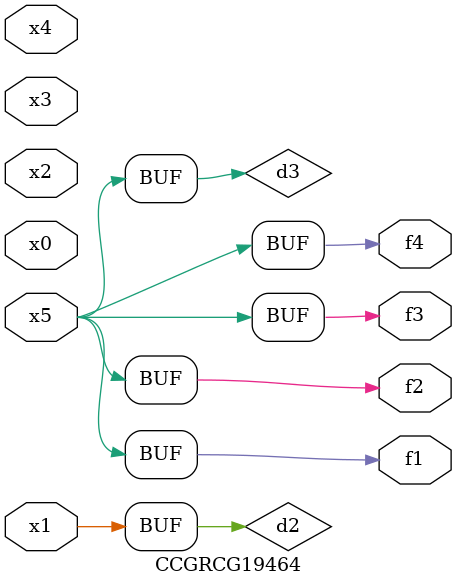
<source format=v>
module CCGRCG19464(
	input x0, x1, x2, x3, x4, x5,
	output f1, f2, f3, f4
);

	wire d1, d2, d3;

	not (d1, x5);
	or (d2, x1);
	xnor (d3, d1);
	assign f1 = d3;
	assign f2 = d3;
	assign f3 = d3;
	assign f4 = d3;
endmodule

</source>
